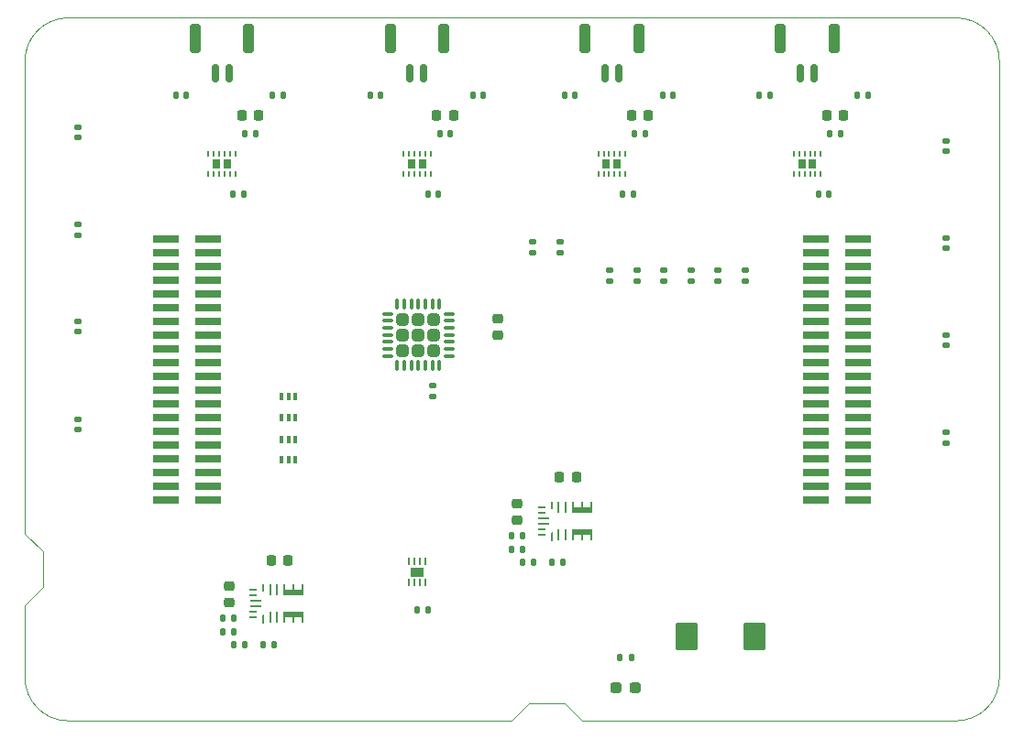
<source format=gtp>
G04 #@! TF.GenerationSoftware,KiCad,Pcbnew,(5.99.0-10928-g75ce97e260)*
G04 #@! TF.CreationDate,2021-06-09T11:05:26-04:00*
G04 #@! TF.ProjectId,FlySensei_Stack_Actuation_ECAD,466c7953-656e-4736-9569-5f537461636b,0.1*
G04 #@! TF.SameCoordinates,Original*
G04 #@! TF.FileFunction,Paste,Top*
G04 #@! TF.FilePolarity,Positive*
%FSLAX46Y46*%
G04 Gerber Fmt 4.6, Leading zero omitted, Abs format (unit mm)*
G04 Created by KiCad (PCBNEW (5.99.0-10928-g75ce97e260)) date 2021-06-09 11:05:26*
%MOMM*%
%LPD*%
G01*
G04 APERTURE LIST*
G04 Aperture macros list*
%AMRoundRect*
0 Rectangle with rounded corners*
0 $1 Rounding radius*
0 $2 $3 $4 $5 $6 $7 $8 $9 X,Y pos of 4 corners*
0 Add a 4 corners polygon primitive as box body*
4,1,4,$2,$3,$4,$5,$6,$7,$8,$9,$2,$3,0*
0 Add four circle primitives for the rounded corners*
1,1,$1+$1,$2,$3*
1,1,$1+$1,$4,$5*
1,1,$1+$1,$6,$7*
1,1,$1+$1,$8,$9*
0 Add four rect primitives between the rounded corners*
20,1,$1+$1,$2,$3,$4,$5,0*
20,1,$1+$1,$4,$5,$6,$7,0*
20,1,$1+$1,$6,$7,$8,$9,0*
20,1,$1+$1,$8,$9,$2,$3,0*%
%AMOutline5P*
0 Free polygon, 5 corners , with rotation*
0 The origin of the aperture is its center*
0 number of corners: always 8*
0 $1 to $10 corner X, Y*
0 $11 Rotation angle, in degrees counterclockwise*
0 create outline with 8 corners*
4,1,5,$1,$2,$3,$4,$5,$6,$7,$8,$9,$10,$1,$2,$11*%
%AMOutline6P*
0 Free polygon, 6 corners , with rotation*
0 The origin of the aperture is its center*
0 number of corners: always 6*
0 $1 to $12 corner X, Y*
0 $13 Rotation angle, in degrees counterclockwise*
0 create outline with 6 corners*
4,1,6,$1,$2,$3,$4,$5,$6,$7,$8,$9,$10,$11,$12,$1,$2,$13*%
%AMOutline7P*
0 Free polygon, 7 corners , with rotation*
0 The origin of the aperture is its center*
0 number of corners: always 7*
0 $1 to $14 corner X, Y*
0 $15 Rotation angle, in degrees counterclockwise*
0 create outline with 7 corners*
4,1,7,$1,$2,$3,$4,$5,$6,$7,$8,$9,$10,$11,$12,$13,$14,$1,$2,$15*%
%AMOutline8P*
0 Free polygon, 8 corners , with rotation*
0 The origin of the aperture is its center*
0 number of corners: always 8*
0 $1 to $16 corner X, Y*
0 $17 Rotation angle, in degrees counterclockwise*
0 create outline with 8 corners*
4,1,8,$1,$2,$3,$4,$5,$6,$7,$8,$9,$10,$11,$12,$13,$14,$15,$16,$1,$2,$17*%
G04 Aperture macros list end*
G04 #@! TA.AperFunction,Profile*
%ADD10C,0.100000*%
G04 #@! TD*
%ADD11R,0.800000X0.950000*%
%ADD12R,0.250000X0.500000*%
%ADD13RoundRect,0.140000X-0.170000X0.140000X-0.170000X-0.140000X0.170000X-0.140000X0.170000X0.140000X0*%
%ADD14RoundRect,0.135000X0.185000X-0.135000X0.185000X0.135000X-0.185000X0.135000X-0.185000X-0.135000X0*%
%ADD15RoundRect,0.135000X-0.135000X-0.185000X0.135000X-0.185000X0.135000X0.185000X-0.135000X0.185000X0*%
%ADD16RoundRect,0.225000X0.225000X0.250000X-0.225000X0.250000X-0.225000X-0.250000X0.225000X-0.250000X0*%
%ADD17RoundRect,0.140000X0.170000X-0.140000X0.170000X0.140000X-0.170000X0.140000X-0.170000X-0.140000X0*%
%ADD18R,0.254000X0.711200*%
%ADD19R,1.295400X0.889000*%
%ADD20RoundRect,0.140000X-0.140000X-0.170000X0.140000X-0.170000X0.140000X0.170000X-0.140000X0.170000X0*%
%ADD21RoundRect,0.225000X-0.225000X-0.250000X0.225000X-0.250000X0.225000X0.250000X-0.225000X0.250000X0*%
%ADD22RoundRect,0.135000X0.135000X0.185000X-0.135000X0.185000X-0.135000X-0.185000X0.135000X-0.185000X0*%
%ADD23RoundRect,0.150000X0.150000X0.700000X-0.150000X0.700000X-0.150000X-0.700000X0.150000X-0.700000X0*%
%ADD24RoundRect,0.250000X0.250000X1.100000X-0.250000X1.100000X-0.250000X-1.100000X0.250000X-1.100000X0*%
%ADD25RoundRect,0.225000X0.250000X-0.225000X0.250000X0.225000X-0.250000X0.225000X-0.250000X-0.225000X0*%
%ADD26RoundRect,0.250000X-0.320000X0.320000X-0.320000X-0.320000X0.320000X-0.320000X0.320000X0.320000X0*%
%ADD27RoundRect,0.075000X-0.075000X0.437500X-0.075000X-0.437500X0.075000X-0.437500X0.075000X0.437500X0*%
%ADD28RoundRect,0.075000X-0.437500X0.075000X-0.437500X-0.075000X0.437500X-0.075000X0.437500X0.075000X0*%
%ADD29Outline5P,-0.400000X-0.125000X-0.400000X0.125000X0.275000X0.125000X0.400000X0.000000X0.400000X-0.125000X90.000000*%
%ADD30R,0.250000X1.100000*%
%ADD31R,1.950000X0.600000*%
%ADD32R,0.250000X0.700000*%
%ADD33R,0.700000X0.250000*%
%ADD34R,1.100000X0.250000*%
%ADD35RoundRect,0.250000X0.787500X1.025000X-0.787500X1.025000X-0.787500X-1.025000X0.787500X-1.025000X0*%
%ADD36R,2.400000X0.740000*%
%ADD37RoundRect,0.135000X-0.185000X0.135000X-0.185000X-0.135000X0.185000X-0.135000X0.185000X0.135000X0*%
%ADD38R,0.400000X0.650000*%
%ADD39RoundRect,0.237500X0.287500X0.237500X-0.287500X0.237500X-0.287500X-0.237500X0.287500X-0.237500X0*%
G04 APERTURE END LIST*
D10*
X136550000Y-128350000D02*
X134900000Y-130000000D01*
X136550000Y-128350000D02*
X139850000Y-128350000D01*
X139850000Y-128350000D02*
X141500000Y-130000000D01*
X91650000Y-114350000D02*
X91650000Y-117650000D01*
X180000000Y-69000000D02*
X180000000Y-126000000D01*
X180000000Y-69000000D02*
G75*
G03*
X176000000Y-65000000I-4000000J0D01*
G01*
X91650000Y-114350000D02*
X90000000Y-112700000D01*
X141500000Y-130000000D02*
X176000000Y-130000000D01*
X94000000Y-65000000D02*
X176000000Y-65000000D01*
X91650000Y-117650000D02*
X90000000Y-119300000D01*
X90000000Y-126000000D02*
G75*
G03*
X94000000Y-130000000I4000000J0D01*
G01*
X134900000Y-130000000D02*
X94000000Y-130000000D01*
X94000000Y-65000000D02*
G75*
G03*
X90000000Y-69000000I0J-4000000D01*
G01*
X176000000Y-130000000D02*
G75*
G03*
X180000000Y-126000000I0J4000000D01*
G01*
X90000000Y-119300000D02*
X90000000Y-126000000D01*
X90000000Y-112700000D02*
X90000000Y-69000000D01*
D11*
G04 #@! TO.C,U3*
X144700000Y-78500000D03*
X143700000Y-78500000D03*
D12*
X145450000Y-77550000D03*
X144950000Y-77550000D03*
X144450000Y-77550000D03*
X143950000Y-77550000D03*
X143450000Y-77550000D03*
X142950000Y-77550000D03*
X142950000Y-79450000D03*
X143450000Y-79450000D03*
X143950000Y-79450000D03*
X144450000Y-79450000D03*
X144950000Y-79450000D03*
X145450000Y-79450000D03*
G04 #@! TD*
D13*
G04 #@! TO.C,C25*
X175100000Y-76395000D03*
X175100000Y-77355000D03*
G04 #@! TD*
D14*
G04 #@! TO.C,R6*
X156500000Y-89310000D03*
X156500000Y-88290000D03*
G04 #@! TD*
D15*
G04 #@! TO.C,R15*
X109315000Y-122975000D03*
X110335000Y-122975000D03*
G04 #@! TD*
D16*
G04 #@! TO.C,C32*
X140920000Y-107475000D03*
X139370000Y-107475000D03*
G04 #@! TD*
D17*
G04 #@! TO.C,C14*
X94900000Y-76080000D03*
X94900000Y-75120000D03*
G04 #@! TD*
D18*
G04 #@! TO.C,U8*
X125488000Y-117235350D03*
X125996000Y-117235350D03*
X126504000Y-117235350D03*
X127012000Y-117235350D03*
X127012000Y-115228750D03*
X126504000Y-115228750D03*
X125996000Y-115228750D03*
X125488000Y-115228750D03*
D19*
X126250000Y-116232050D03*
G04 #@! TD*
D11*
G04 #@! TO.C,U5*
X108700000Y-78500000D03*
X107700000Y-78500000D03*
D12*
X109450000Y-77550000D03*
X108950000Y-77550000D03*
X108450000Y-77550000D03*
X107950000Y-77550000D03*
X107450000Y-77550000D03*
X106950000Y-77550000D03*
X106950000Y-79450000D03*
X107450000Y-79450000D03*
X107950000Y-79450000D03*
X108450000Y-79450000D03*
X108950000Y-79450000D03*
X109450000Y-79450000D03*
G04 #@! TD*
D20*
G04 #@! TO.C,C21*
X139820000Y-72150000D03*
X140780000Y-72150000D03*
G04 #@! TD*
G04 #@! TO.C,C19*
X157820000Y-72150000D03*
X158780000Y-72150000D03*
G04 #@! TD*
D21*
G04 #@! TO.C,C8*
X128025000Y-74050000D03*
X129575000Y-74050000D03*
G04 #@! TD*
D11*
G04 #@! TO.C,U2*
X161750000Y-78500000D03*
X162750000Y-78500000D03*
D12*
X163500000Y-77550000D03*
X163000000Y-77550000D03*
X162500000Y-77550000D03*
X162000000Y-77550000D03*
X161500000Y-77550000D03*
X161000000Y-77550000D03*
X161000000Y-79450000D03*
X161500000Y-79450000D03*
X162000000Y-79450000D03*
X162500000Y-79450000D03*
X163000000Y-79450000D03*
X163500000Y-79450000D03*
G04 #@! TD*
D22*
G04 #@! TO.C,R8*
X145990000Y-124150000D03*
X144970000Y-124150000D03*
G04 #@! TD*
D15*
G04 #@! TO.C,R16*
X112015000Y-122975000D03*
X113035000Y-122975000D03*
G04 #@! TD*
D20*
G04 #@! TO.C,C29*
X103920000Y-72150000D03*
X104880000Y-72150000D03*
G04 #@! TD*
D14*
G04 #@! TO.C,R3*
X149000000Y-89310000D03*
X149000000Y-88290000D03*
G04 #@! TD*
D21*
G04 #@! TO.C,C3*
X146025000Y-74050000D03*
X147575000Y-74050000D03*
G04 #@! TD*
D23*
G04 #@! TO.C,M3*
X108825000Y-70150000D03*
X107575000Y-70150000D03*
D24*
X105725000Y-66950000D03*
X110675000Y-66950000D03*
G04 #@! TD*
D13*
G04 #@! TO.C,C24*
X175100000Y-85344999D03*
X175100000Y-86304999D03*
G04 #@! TD*
D23*
G04 #@! TO.C,M2*
X126825000Y-70150000D03*
X125575000Y-70150000D03*
D24*
X123725000Y-66950000D03*
X128675000Y-66950000D03*
G04 #@! TD*
D14*
G04 #@! TO.C,R4*
X151500000Y-89310000D03*
X151500000Y-88290000D03*
G04 #@! TD*
D20*
G04 #@! TO.C,C6*
X163270000Y-81300000D03*
X164230000Y-81300000D03*
G04 #@! TD*
G04 #@! TO.C,C10*
X128320000Y-75750000D03*
X129280000Y-75750000D03*
G04 #@! TD*
D21*
G04 #@! TO.C,C2*
X164050000Y-74050000D03*
X165600000Y-74050000D03*
G04 #@! TD*
D25*
G04 #@! TO.C,C33*
X108825000Y-119075000D03*
X108825000Y-117525000D03*
G04 #@! TD*
D17*
G04 #@! TO.C,C17*
X94900000Y-103055000D03*
X94900000Y-102095000D03*
G04 #@! TD*
D14*
G04 #@! TO.C,R1*
X144000000Y-89310000D03*
X144000000Y-88290000D03*
G04 #@! TD*
D26*
G04 #@! TO.C,U1*
X126325000Y-94324999D03*
X126325000Y-92904999D03*
X127745000Y-92904999D03*
X124905000Y-94324999D03*
X126325000Y-95744999D03*
X124905000Y-95744999D03*
X124905000Y-92904999D03*
X127745000Y-95744999D03*
X127745000Y-94324999D03*
D27*
X128275000Y-91487499D03*
X127625000Y-91487499D03*
X126975000Y-91487499D03*
X126325000Y-91487499D03*
X125675000Y-91487499D03*
X125025000Y-91487499D03*
X124375000Y-91487499D03*
D28*
X123487500Y-92374999D03*
X123487500Y-93024999D03*
X123487500Y-93674999D03*
X123487500Y-94324999D03*
X123487500Y-94974999D03*
X123487500Y-95624999D03*
X123487500Y-96274999D03*
D27*
X124375000Y-97162499D03*
X125025000Y-97162499D03*
X125675000Y-97162499D03*
X126325000Y-97162499D03*
X126975000Y-97162499D03*
X127625000Y-97162499D03*
X128275000Y-97162499D03*
D28*
X129162500Y-96274999D03*
X129162500Y-95624999D03*
X129162500Y-94974999D03*
X129162500Y-94324999D03*
X129162500Y-93674999D03*
X129162500Y-93024999D03*
X129162500Y-92374999D03*
G04 #@! TD*
D20*
G04 #@! TO.C,C27*
X121870000Y-72150000D03*
X122830000Y-72150000D03*
G04 #@! TD*
G04 #@! TO.C,C35*
X126245000Y-119750000D03*
X127205000Y-119750000D03*
G04 #@! TD*
D29*
G04 #@! TO.C,U6*
X138635000Y-112925000D03*
D30*
X139285000Y-112775000D03*
X139935000Y-112775000D03*
D31*
X141435000Y-112525000D03*
D30*
X140585000Y-112775000D03*
X141435000Y-112775000D03*
X142285000Y-112775000D03*
D31*
X141435000Y-110525000D03*
D30*
X142285000Y-110275000D03*
X141435000Y-110275000D03*
X140585000Y-110275000D03*
X139935000Y-110275000D03*
X139285000Y-110275000D03*
D32*
X138635000Y-110075000D03*
D33*
X137735000Y-110275000D03*
X137735000Y-110775000D03*
D34*
X137935000Y-111275000D03*
X137935000Y-111775000D03*
D33*
X137735000Y-112275000D03*
X137735000Y-112775000D03*
G04 #@! TD*
D20*
G04 #@! TO.C,C11*
X110320000Y-75750000D03*
X111280000Y-75750000D03*
G04 #@! TD*
D22*
G04 #@! TO.C,R12*
X109325000Y-121750000D03*
X108305000Y-121750000D03*
G04 #@! TD*
D13*
G04 #@! TO.C,C22*
X175100000Y-103345000D03*
X175100000Y-104305000D03*
G04 #@! TD*
D20*
G04 #@! TO.C,C7*
X145220000Y-81300000D03*
X146180000Y-81300000D03*
G04 #@! TD*
D11*
G04 #@! TO.C,U4*
X126700000Y-78500000D03*
X125700000Y-78500000D03*
D12*
X127450000Y-77550000D03*
X126950000Y-77550000D03*
X126450000Y-77550000D03*
X125950000Y-77550000D03*
X125450000Y-77550000D03*
X124950000Y-77550000D03*
X124950000Y-79450000D03*
X125450000Y-79450000D03*
X125950000Y-79450000D03*
X126450000Y-79450000D03*
X126950000Y-79450000D03*
X127450000Y-79450000D03*
G04 #@! TD*
D35*
G04 #@! TO.C,C30*
X157337500Y-122200000D03*
X151112500Y-122200000D03*
G04 #@! TD*
D15*
G04 #@! TO.C,R13*
X135940000Y-115375000D03*
X136960000Y-115375000D03*
G04 #@! TD*
D14*
G04 #@! TO.C,R2*
X146500000Y-89309999D03*
X146500000Y-88289999D03*
G04 #@! TD*
D36*
G04 #@! TO.C,J3*
X163050000Y-85435000D03*
X166950000Y-85435000D03*
X163050000Y-86705000D03*
X166950000Y-86705000D03*
X163050000Y-87975000D03*
X166950000Y-87975000D03*
X163050000Y-89245000D03*
X166950000Y-89245000D03*
X163050000Y-90515000D03*
X166950000Y-90515000D03*
X163050000Y-91785000D03*
X166950000Y-91785000D03*
X163050000Y-93055000D03*
X166950000Y-93055000D03*
X163050000Y-94325000D03*
X166950000Y-94325000D03*
X163050000Y-95595000D03*
X166950000Y-95595000D03*
X163050000Y-96865000D03*
X166950000Y-96865000D03*
X163050000Y-98135000D03*
X166950000Y-98135000D03*
X163050000Y-99405000D03*
X166950000Y-99405000D03*
X163050000Y-100675000D03*
X166950000Y-100675000D03*
X163050000Y-101945000D03*
X166950000Y-101945000D03*
X163050000Y-103215000D03*
X166950000Y-103215000D03*
X163050000Y-104485000D03*
X166950000Y-104485000D03*
X163050000Y-105755000D03*
X166950000Y-105755000D03*
X163050000Y-107025000D03*
X166950000Y-107025000D03*
X163050000Y-108295000D03*
X166950000Y-108295000D03*
X163050000Y-109565000D03*
X166950000Y-109565000D03*
G04 #@! TD*
D17*
G04 #@! TO.C,C16*
X94900000Y-94030000D03*
X94900000Y-93070000D03*
G04 #@! TD*
D23*
G04 #@! TO.C,M1*
X144825000Y-70100000D03*
X143575000Y-70100000D03*
D24*
X141725000Y-66900000D03*
X146675000Y-66900000D03*
G04 #@! TD*
D14*
G04 #@! TO.C,R7*
X127625000Y-99985000D03*
X127625000Y-98965000D03*
G04 #@! TD*
D20*
G04 #@! TO.C,C13*
X109220000Y-81300000D03*
X110180000Y-81300000D03*
G04 #@! TD*
D29*
G04 #@! TO.C,U7*
X112000000Y-120550000D03*
D30*
X112650000Y-120400000D03*
X113300000Y-120400000D03*
X113950000Y-120400000D03*
D31*
X114800000Y-120150000D03*
D30*
X114800000Y-120400000D03*
X115650000Y-120400000D03*
D31*
X114800000Y-118150000D03*
D30*
X115650000Y-117900000D03*
X114800000Y-117900000D03*
X113950000Y-117900000D03*
X113300000Y-117900000D03*
X112650000Y-117900000D03*
D32*
X112000000Y-117700000D03*
D33*
X111100000Y-117900000D03*
X111100000Y-118400000D03*
D34*
X111300000Y-118900000D03*
X111300000Y-119400000D03*
D33*
X111100000Y-119900000D03*
X111100000Y-120400000D03*
G04 #@! TD*
D20*
G04 #@! TO.C,C4*
X164345000Y-75750000D03*
X165305000Y-75750000D03*
G04 #@! TD*
G04 #@! TO.C,C5*
X146320000Y-75750000D03*
X147280000Y-75750000D03*
G04 #@! TD*
D25*
G04 #@! TO.C,C31*
X135410000Y-111450000D03*
X135410000Y-109900000D03*
G04 #@! TD*
G04 #@! TO.C,C1*
X133700000Y-94325000D03*
X133700000Y-92775000D03*
G04 #@! TD*
D20*
G04 #@! TO.C,C12*
X127220000Y-81300000D03*
X128180000Y-81300000D03*
G04 #@! TD*
D23*
G04 #@! TO.C,M0*
X162875000Y-70125000D03*
X161625000Y-70125000D03*
D24*
X164725000Y-66925000D03*
X159775000Y-66925000D03*
G04 #@! TD*
D15*
G04 #@! TO.C,R9*
X134900000Y-112900000D03*
X135920000Y-112900000D03*
G04 #@! TD*
G04 #@! TO.C,R10*
X108305000Y-120525000D03*
X109325000Y-120525000D03*
G04 #@! TD*
D17*
G04 #@! TO.C,C15*
X94900000Y-85080000D03*
X94900000Y-84120000D03*
G04 #@! TD*
D20*
G04 #@! TO.C,C20*
X148870000Y-72150000D03*
X149830000Y-72150000D03*
G04 #@! TD*
G04 #@! TO.C,C28*
X112870000Y-72150000D03*
X113830000Y-72150000D03*
G04 #@! TD*
D37*
G04 #@! TO.C,R18*
X136900000Y-85665000D03*
X136900000Y-86685000D03*
G04 #@! TD*
G04 #@! TO.C,R17*
X139400000Y-85665000D03*
X139400000Y-86685000D03*
G04 #@! TD*
D16*
G04 #@! TO.C,C34*
X114275000Y-115200000D03*
X112725000Y-115200000D03*
G04 #@! TD*
D21*
G04 #@! TO.C,C9*
X110025000Y-74050000D03*
X111575000Y-74050000D03*
G04 #@! TD*
D38*
G04 #@! TO.C,U10*
X115000000Y-103950000D03*
X114350000Y-103950000D03*
X113700000Y-103950000D03*
X113700000Y-105850000D03*
X114350000Y-105850000D03*
X115000000Y-105850000D03*
G04 #@! TD*
D36*
G04 #@! TO.C,J1*
X103050000Y-85435000D03*
X106950000Y-85435000D03*
X103050000Y-86705000D03*
X106950000Y-86705000D03*
X103050000Y-87975000D03*
X106950000Y-87975000D03*
X103050000Y-89245000D03*
X106950000Y-89245000D03*
X103050000Y-90515000D03*
X106950000Y-90515000D03*
X103050000Y-91785000D03*
X106950000Y-91785000D03*
X103050000Y-93055000D03*
X106950000Y-93055000D03*
X103050000Y-94325000D03*
X106950000Y-94325000D03*
X103050000Y-95595000D03*
X106950000Y-95595000D03*
X103050000Y-96865000D03*
X106950000Y-96865000D03*
X103050000Y-98135000D03*
X106950000Y-98135000D03*
X103050000Y-99405000D03*
X106950000Y-99405000D03*
X103050000Y-100675000D03*
X106950000Y-100675000D03*
X103050000Y-101945000D03*
X106950000Y-101945000D03*
X103050000Y-103215000D03*
X106950000Y-103215000D03*
X103050000Y-104485000D03*
X106950000Y-104485000D03*
X103050000Y-105755000D03*
X106950000Y-105755000D03*
X103050000Y-107025000D03*
X106950000Y-107025000D03*
X103050000Y-108295000D03*
X106950000Y-108295000D03*
X103050000Y-109565000D03*
X106950000Y-109565000D03*
G04 #@! TD*
D20*
G04 #@! TO.C,C26*
X131350000Y-72150000D03*
X132310000Y-72150000D03*
G04 #@! TD*
G04 #@! TO.C,C18*
X166895000Y-72125000D03*
X167855000Y-72125000D03*
G04 #@! TD*
D15*
G04 #@! TO.C,R14*
X138640000Y-115375000D03*
X139660000Y-115375000D03*
G04 #@! TD*
D14*
G04 #@! TO.C,R5*
X154000000Y-89310000D03*
X154000000Y-88290000D03*
G04 #@! TD*
D38*
G04 #@! TO.C,U9*
X115000000Y-100050000D03*
X114350000Y-100050000D03*
X113700000Y-100050000D03*
X113700000Y-101950000D03*
X114350000Y-101950000D03*
X115000000Y-101950000D03*
G04 #@! TD*
D39*
G04 #@! TO.C,D1*
X146350000Y-126900000D03*
X144600000Y-126900000D03*
G04 #@! TD*
D13*
G04 #@! TO.C,C23*
X175100000Y-94345000D03*
X175100000Y-95305000D03*
G04 #@! TD*
D22*
G04 #@! TO.C,R11*
X135930000Y-114150000D03*
X134910000Y-114150000D03*
G04 #@! TD*
M02*

</source>
